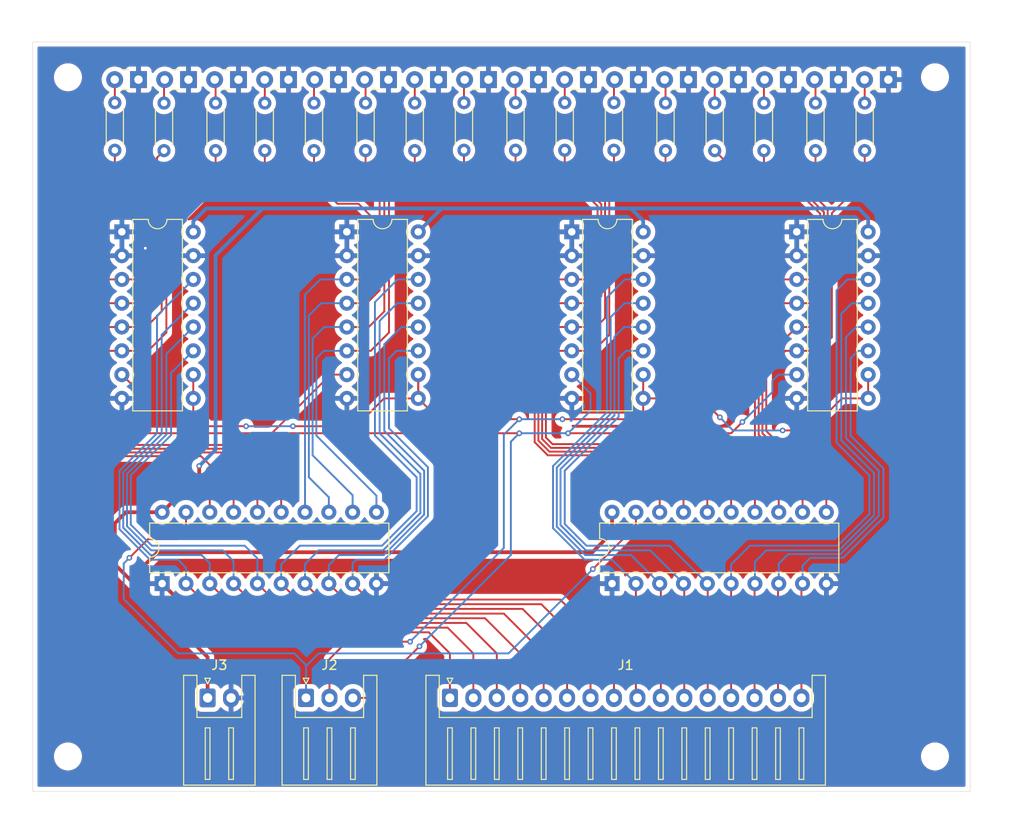
<source format=kicad_pcb>
(kicad_pcb (version 20240108) (generator "pcbnew") (generator_version "8.0")
  (layers (0 "F.Cu" signal) (31 "B.Cu" signal) (34 "B.Paste" user) (35 "F.Paste" user) (36 "B.SilkS" user "B.Silkscreen") (37 "F.SilkS" user "F.Silkscreen") (38 "B.Mask" user) (39 "F.Mask" user) (44 "Edge.Cuts" user))
  (net 0 "")
  (net 1 "Net-(D1-A)")
  (net 2 "Net-(D2-A)")
  (net 3 "Net-(D3-A)")
  (net 4 "Net-(D4-A)")
  (net 5 "Net-(D5-A)")
  (net 6 "Net-(D6-A)")
  (net 7 "Net-(D7-A)")
  (net 8 "Net-(D8-A)")
  (net 9 "Net-(D9-A)")
  (net 10 "Net-(D10-A)")
  (net 11 "Net-(D11-A)")
  (net 12 "Net-(D12-A)")
  (net 13 "Net-(D13-A)")
  (net 14 "Net-(D14-A)")
  (net 15 "Net-(D15-A)")
  (net 16 "Net-(D16-A)")
  (net 17 "GND")
  (net 18 "/B0")
  (net 19 "/B14")
  (net 20 "/B5")
  (net 21 "/B11")
  (net 22 "/B1")
  (net 23 "/B4")
  (net 24 "/B7")
  (net 25 "/B10")
  (net 26 "/B3")
  (net 27 "/B8")
  (net 28 "/B9")
  (net 29 "/B12")
  (net 30 "/B13")
  (net 31 "/B6")
  (net 32 "/B15")
  (net 33 "/B2")
  (net 34 "/DE_B")
  (net 35 "/CLK")
  (net 36 "/OE_B")
  (net 37 "+5V")
  (net 38 "/Y0")
  (net 39 "/Y1")
  (net 40 "/Y2")
  (net 41 "/Y3")
  (net 42 "/Y4")
  (net 43 "/Y5")
  (net 44 "/Y6")
  (net 45 "/Y7")
  (net 46 "/Y8")
  (net 47 "/Y9")
  (net 48 "/Y10")
  (net 49 "/Y11")
  (net 50 "/Y12")
  (net 51 "/Y13")
  (net 52 "/Y14")
  (net 53 "/Y15")
  (footprint "Resistor_THT:R_Axial_DIN0204_L3.6mm_D1.6mm_P5.08mm_Horizontal" (layer "F.Cu") (at 101 31.33 90)
    (property "Reference" "R15" (hide yes))
    (property "Value" "220" (hide yes))
  )
  (footprint "Resistor_THT:R_Axial_DIN0204_L3.6mm_D1.6mm_P5.08mm_Horizontal" (layer "F.Cu") (at 95.5 31.33 90)
    (property "Reference" "R14" (hide yes))
    (property "Value" "220" (hide yes))
  )
  (footprint "Resistor_THT:R_Axial_DIN0204_L3.6mm_D1.6mm_P5.08mm_Horizontal" (layer "F.Cu") (at 47.5 31.33 90)
    (property "Reference" "R5" (hide yes))
    (property "Value" "220" (hide yes))
  )
  (footprint "Connector_JST:JST_XH_S16B-XH-A_1x16_P2.50mm_Horizontal" (layer "F.Cu") (at 62 89.75)
    (property "Reference" "J1")
    (property "Value" "Conn_01x16_Pin" (hide yes))
  )
  (footprint "LED_THT:LED_Rectangular_W3.0mm_H2.0mm" (layer "F.Cu") (at 87.441663 23.75 180)
    (property "Reference" "D12" (hide yes))
    (property "Value" "LED")
  )
  (footprint "Connector_JST:JST_XH_S3B-XH-A_1x03_P2.50mm_Horizontal" (layer "F.Cu") (at 46.65 89.75)
    (property "Reference" "J2")
    (property "Value" "Conn_01x03_Pin" (hide yes))
  )
  (footprint "LED_THT:LED_Rectangular_W3.0mm_H2.0mm" (layer "F.Cu") (at 82.10833 23.75 180)
    (property "Reference" "D11" (hide yes))
    (property "Value" "LED")
  )
  (footprint "Package_DIP:DIP-16_W7.62mm" (layer "F.Cu") (at 27 40)
    (property "Reference" "U3" (hide yes))
    (property "Value" "74LS173" (hide yes))
  )
  (footprint "LED_THT:LED_Rectangular_W3.0mm_H2.0mm" (layer "F.Cu") (at 108.775 23.75 180)
    (property "Reference" "D16" (hide yes))
    (property "Value" "LED")
  )
  (footprint "Resistor_THT:R_Axial_DIN0204_L3.6mm_D1.6mm_P5.08mm_Horizontal" (layer "F.Cu") (at 31.5 31.33 90)
    (property "Reference" "R2" (hide yes))
    (property "Value" "220" (hide yes))
  )
  (footprint "Resistor_THT:R_Axial_DIN0204_L3.6mm_D1.6mm_P5.08mm_Horizontal" (layer "F.Cu") (at 42.25 31.33 90)
    (property "Reference" "R4" (hide yes))
    (property "Value" "220" (hide yes))
  )
  (footprint "LED_THT:LED_Rectangular_W3.0mm_H2.0mm" (layer "F.Cu") (at 34.108333 23.75 180)
    (property "Reference" "D2" (hide yes))
    (property "Value" "LED")
  )
  (footprint "MountingHole:MountingHole_2.5mm" (layer "F.Cu") (at 113.75 23.5)
    (property "Reference" "REF**" (hide yes))
    (property "Value" "MountingHole_2.5mm" (hide yes))
  )
  (footprint "Package_DIP:DIP-16_W7.62mm" (layer "F.Cu") (at 51 40)
    (property "Reference" "U4" (hide yes))
    (property "Value" "74LS173" (hide yes))
  )
  (footprint "Package_DIP:DIP-16_W7.62mm" (layer "F.Cu") (at 75 40)
    (property "Reference" "U5" (hide yes))
    (property "Value" "74LS173" (hide yes))
  )
  (footprint "Package_DIP:DIP-20_W7.62mm" (layer "F.Cu") (at 31.3 77.55 90)
    (property "Reference" "U2" (hide yes))
    (property "Value" "74LS245" (hide yes))
  )
  (footprint "Resistor_THT:R_Axial_DIN0204_L3.6mm_D1.6mm_P5.08mm_Horizontal" (layer "F.Cu") (at 79.5 31.29 90)
    (property "Reference" "R11" (hide yes))
    (property "Value" "220" (hide yes))
  )
  (footprint "Resistor_THT:R_Axial_DIN0204_L3.6mm_D1.6mm_P5.08mm_Horizontal" (layer "F.Cu") (at 63.5 31.29 90)
    (property "Reference" "R8" (hide yes))
    (property "Value" "220" (hide yes))
  )
  (footprint "MountingHole:MountingHole_2.5mm" (layer "F.Cu") (at 21.25 23.5)
    (property "Reference" "REF**" (hide yes))
    (property "Value" "MountingHole_2.5mm" (hide yes))
  )
  (footprint "LED_THT:LED_Rectangular_W3.0mm_H2.0mm" (layer "F.Cu") (at 98.108329 23.75 180)
    (property "Reference" "D14" (hide yes))
    (property "Value" "LED")
  )
  (footprint "LED_THT:LED_Rectangular_W3.0mm_H2.0mm" (layer "F.Cu") (at 103.441662 23.75 180)
    (property "Reference" "D15" (hide yes))
    (property "Value" "LED")
  )
  (footprint "Resistor_THT:R_Axial_DIN0204_L3.6mm_D1.6mm_P5.08mm_Horizontal" (layer "F.Cu") (at 106.25 31.33 90)
    (property "Reference" "R16" (hide yes))
    (property "Value" "220" (hide yes))
  )
  (footprint "LED_THT:LED_Rectangular_W3.0mm_H2.0mm" (layer "F.Cu") (at 60.774998 23.75 180)
    (property "Reference" "D7" (hide yes))
    (property "Value" "LED")
  )
  (footprint "Resistor_THT:R_Axial_DIN0204_L3.6mm_D1.6mm_P5.08mm_Horizontal" (layer "F.Cu") (at 90.25 31.33 90)
    (property "Reference" "R13" (hide yes))
    (property "Value" "220" (hide yes))
  )
  (footprint "LED_THT:LED_Rectangular_W3.0mm_H2.0mm" (layer "F.Cu") (at 92.774996 23.75 180)
    (property "Reference" "D13" (hide yes))
    (property "Value" "LED")
  )
  (footprint "Resistor_THT:R_Axial_DIN0204_L3.6mm_D1.6mm_P5.08mm_Horizontal" (layer "F.Cu") (at 85 31.33 90)
    (property "Reference" "R12" (hide yes))
    (property "Value" "220" (hide yes))
  )
  (footprint "LED_THT:LED_Rectangular_W3.0mm_H2.0mm" (layer "F.Cu") (at 39.441666 23.75 180)
    (property "Reference" "D3" (hide yes))
    (property "Value" "LED")
  )
  (footprint "MountingHole:MountingHole_2.5mm" (layer "F.Cu") (at 21.25 96)
    (property "Reference" "REF**" (hide yes))
    (property "Value" "MountingHole_2.5mm" (hide yes))
  )
  (footprint "Package_DIP:DIP-16_W7.62mm" (layer "F.Cu") (at 99 40)
    (property "Reference" "U6" (hide yes))
    (property "Value" "74LS173" (hide yes))
  )
  (footprint "Resistor_THT:R_Axial_DIN0204_L3.6mm_D1.6mm_P5.08mm_Horizontal" (layer "F.Cu") (at 74.25 31.29 90)
    (property "Reference" "R10" (hide yes))
    (property "Value" "220" (hide yes))
  )
  (footprint "LED_THT:LED_Rectangular_W3.0mm_H2.0mm" (layer "F.Cu") (at 50.108332 23.75 180)
    (property "Reference" "D5" (hide yes))
    (property "Value" "LED")
  )
  (footprint "LED_THT:LED_Rectangular_W3.0mm_H2.0mm" (layer "F.Cu") (at 44.774999 23.75 180)
    (property "Reference" "D4" (hide yes))
    (property "Value" "LED")
  )
  (footprint "Connector_JST:JST_XH_S2B-XH-A_1x02_P2.50mm_Horizontal" (layer "F.Cu") (at 36.15 89.75)
    (property "Reference" "J3")
    (property "Value" "Conn_01x02_Pin" (hide yes))
  )
  (footprint "Resistor_THT:R_Axial_DIN0204_L3.6mm_D1.6mm_P5.08mm_Horizontal" (layer "F.Cu") (at 26.25 31.29 90)
    (property "Reference" "R1" (hide yes))
    (property "Value" "220" (hide yes))
  )
  (footprint "Resistor_THT:R_Axial_DIN0204_L3.6mm_D1.6mm_P5.08mm_Horizontal" (layer "F.Cu") (at 53 31.33 90)
    (property "Reference" "R6" (hide yes))
    (property "Value" "220" (hide yes))
  )
  (footprint "Resistor_THT:R_Axial_DIN0204_L3.6mm_D1.6mm_P5.08mm_Horizontal" (layer "F.Cu") (at 37 31.33 90)
    (property "Reference" "R3" (hide yes))
    (property "Value" "220" (hide yes))
  )
  (footprint "LED_THT:LED_Rectangular_W3.0mm_H2.0mm" (layer "F.Cu") (at 76.774997 23.75 180)
    (property "Reference" "D10" (hide yes))
    (property "Value" "LED")
  )
  (footprint "Resistor_THT:R_Axial_DIN0204_L3.6mm_D1.6mm_P5.08mm_Horizontal" (layer "F.Cu") (at 69 31.29 90)
    (property "Reference" "R9" (hide yes))
    (property "Value" "220" (hide yes))
  )
  (footprint "LED_THT:LED_Rectangular_W3.0mm_H2.0mm" (layer "F.Cu") (at 55.441665 23.75 180)
    (property "Reference" "D6" (hide yes))
    (property "Value" "LED")
  )
  (footprint "LED_THT:LED_Rectangular_W3.0mm_H2.0mm" (layer "F.Cu") (at 71.441664 23.75 180)
    (property "Reference" "D9" (hide yes))
    (property "Value" "LED")
  )
  (footprint "MountingHole:MountingHole_2.5mm" (layer "F.Cu") (at 113.75 96)
    (property "Reference" "REF**" (hide yes))
    (property "Value" "MountingHole_2.5mm" (hide yes))
  )
  (footprint "LED_THT:LED_Rectangular_W3.0mm_H2.0mm" (layer "F.Cu") (at 66.108331 23.75 180)
    (property "Reference" "D8" (hide yes))
    (property "Value" "LED")
  )
  (footprint "LED_THT:LED_Rectangular_W3.0mm_H2.0mm" (layer "F.Cu") (at 28.775 23.75 180)
    (property "Reference" "D1" (hide yes))
    (property "Value" "LED")
  )
  (footprint "Package_DIP:DIP-20_W7.62mm" (layer "F.Cu") (at 79.3 77.55 90)
    (property "Reference" "U1" (hide yes))
    (property "Value" "74LS245" (hide yes))
  )
  (footprint "Resistor_THT:R_Axial_DIN0204_L3.6mm_D1.6mm_P5.08mm_Horizontal" (layer "F.Cu") (at 58.25 31.33 90)
    (property "Reference" "R7" (hide yes))
    (property "Value" "220" (hide yes))
  )
  (gr_rect (start 17.5 19.73) (end 117.5 99.73) (stroke (width 0.05)) (fill none) (layer "Edge.Cuts"))
  (segment (start 26.25 26.21) (end 26.25 23.765) (width 0.2) (layer "F.Cu") (net 1))
  (segment (start 26.25 23.765) (end 26.235 23.75) (width 0.2) (layer "F.Cu") (net 1))
  (segment (start 31.5 26.25) (end 31.5 23.818333) (width 0.2) (layer "F.Cu") (net 2))
  (segment (start 31.5 23.818333) (end 31.568333 23.75) (width 0.2) (layer "F.Cu") (net 2))
  (segment (start 37 26.25) (end 37 23.848334) (width 0.2) (layer "F.Cu") (net 3))
  (segment (start 37 23.848334) (end 36.901666 23.75) (width 0.2) (layer "F.Cu") (net 3))
  (segment (start 42.25 23.765001) (end 42.234999 23.75) (width 0.2) (layer "F.Cu") (net 4))
  (segment (start 42.25 26.25) (end 42.25 23.765001) (width 0.2) (layer "F.Cu") (net 4))
  (segment (start 47.5 23.818332) (end 47.568332 23.75) (width 0.2) (layer "F.Cu") (net 5))
  (segment (start 47.5 26.25) (end 47.5 23.818332) (width 0.2) (layer "F.Cu") (net 5))
  (segment (start 53 23.848335) (end 52.901665 23.75) (width 0.2) (layer "F.Cu") (net 6))
  (segment (start 53 26.25) (end 53 23.848335) (width 0.2) (layer "F.Cu") (net 6))
  (segment (start 58.25 23.765002) (end 58.234998 23.75) (width 0.2) (layer "F.Cu") (net 7))
  (segment (start 58.25 26.25) (end 58.25 23.765002) (width 0.2) (layer "F.Cu") (net 7))
  (segment (start 63.5 23.818331) (end 63.568331 23.75) (width 0.2) (layer "F.Cu") (net 8))
  (segment (start 63.5 26.21) (end 63.5 23.818331) (width 0.2) (layer "F.Cu") (net 8))
  (segment (start 69 26.21) (end 69 23.848336) (width 0.2) (layer "F.Cu") (net 9))
  (segment (start 69 23.848336) (end 68.901664 23.75) (width 0.2) (layer "F.Cu") (net 9))
  (segment (start 74.25 26.21) (end 74.25 23.765003) (width 0.2) (layer "F.Cu") (net 10))
  (segment (start 74.25 23.765003) (end 74.234997 23.75) (width 0.2) (layer "F.Cu") (net 10))
  (segment (start 79.5 26.21) (end 79.5 23.81833) (width 0.2) (layer "F.Cu") (net 11))
  (segment (start 79.5 23.81833) (end 79.56833 23.75) (width 0.2) (layer "F.Cu") (net 11))
  (segment (start 85 26.25) (end 85 23.848337) (width 0.2) (layer "F.Cu") (net 12))
  (segment (start 85 23.848337) (end 84.901663 23.75) (width 0.2) (layer "F.Cu") (net 12))
  (segment (start 90.25 23.765004) (end 90.234996 23.75) (width 0.2) (layer "F.Cu") (net 13))
  (segment (start 90.25 26.25) (end 90.25 23.765004) (width 0.2) (layer "F.Cu") (net 13))
  (segment (start 95.5 23.818329) (end 95.568329 23.75) (width 0.2) (layer "F.Cu") (net 14))
  (segment (start 95.5 26.25) (end 95.5 23.818329) (width 0.2) (layer "F.Cu") (net 14))
  (segment (start 101 23.848338) (end 100.901662 23.75) (width 0.2) (layer "F.Cu") (net 15))
  (segment (start 101 26.25) (end 101 23.848338) (width 0.2) (layer "F.Cu") (net 15))
  (segment (start 106.25 23.765) (end 106.235 23.75) (width 0.2) (layer "F.Cu") (net 16))
  (segment (start 106.25 26.25) (end 106.25 23.765) (width 0.2) (layer "F.Cu") (net 16))
  (segment (start 27 42.54) (end 28.71 42.54) (width 0.2) (layer "F.Cu") (net 17))
  (segment (start 38.65 89.75) (end 38.65 84.9) (width 0.4) (layer "F.Cu") (net 17))
  (segment (start 28.71 42.54) (end 29.5 41.75) (width 0.2) (layer "F.Cu") (net 17))
  (segment (start 38.65 84.9) (end 31.3 77.55) (width 0.4) (layer "F.Cu") (net 17))
  (via (at 29.5 41.75) (size 0.6) (drill 0.3) (layers "F.Cu" "B.Cu") (net 17))
  (segment (start 29.5 41.75) (end 32.5 41.75) (width 0.2) (layer "B.Cu") (net 17))
  (segment (start 33.29 42.54) (end 34.62 42.54) (width 0.2) (layer "B.Cu") (net 17))
  (segment (start 32.5 41.75) (end 33.29 42.54) (width 0.2) (layer "B.Cu") (net 17))
  (segment (start 39.04 82.75) (end 59.75 82.75) (width 0.2) (layer "F.Cu") (net 18))
  (segment (start 62 85) (end 62 89.75) (width 0.2) (layer "F.Cu") (net 18))
  (segment (start 33.84 77.55) (end 39.04 82.75) (width 0.2) (layer "F.Cu") (net 18))
  (segment (start 59.75 82.75) (end 62 85) (width 0.2) (layer "F.Cu") (net 18))
  (segment (start 26.75 65.5) (end 30.75 61.5) (width 0.2) (layer "B.Cu") (net 18))
  (segment (start 26.75 71.75) (end 26.75 65.5) (width 0.2) (layer "B.Cu") (net 18))
  (segment (start 33.84 77.55) (end 33.84 75.84) (width 0.2) (layer "B.Cu") (net 18))
  (segment (start 30.75 61.5) (end 30.75 48.95) (width 0.2) (layer "B.Cu") (net 18))
  (segment (start 33 75) (end 30 75) (width 0.2) (layer "B.Cu") (net 18))
  (segment (start 33.84 75.84) (end 33 75) (width 0.2) (layer "B.Cu") (net 18))
  (segment (start 30 75) (end 26.75 71.75) (width 0.2) (layer "B.Cu") (net 18))
  (segment (start 30.75 48.95) (end 34.62 45.08) (width 0.2) (layer "B.Cu") (net 18))
  (segment (start 97 77.63) (end 97.08 77.55) (width 0.2) (layer "F.Cu") (net 19))
  (segment (start 97 89.75) (end 97 77.63) (width 0.2) (layer "F.Cu") (net 19))
  (segment (start 105.34 50.16) (end 106.62 50.16) (width 0.2) (layer "B.Cu") (net 19))
  (segment (start 97.08 75.42) (end 98.1 74.4) (width 0.2) (layer "B.Cu") (net 19))
  (segment (start 104.25 51.25) (end 105.34 50.16) (width 0.2) (layer "B.Cu") (net 19))
  (segment (start 98.1 74.4) (end 103.665686 74.4) (width 0.2) (layer "B.Cu") (net 19))
  (segment (start 103.665686 74.4) (end 107.75 70.315686) (width 0.2) (layer "B.Cu") (net 19))
  (segment (start 97.08 77.55) (end 97.08 75.42) (width 0.2) (layer "B.Cu") (net 19))
  (segment (start 107.75 65.5) (end 104.25 62) (width 0.2) (layer "B.Cu") (net 19))
  (segment (start 104.25 62) (end 104.25 51.25) (width 0.2) (layer "B.Cu") (net 19))
  (segment (start 107.75 70.315686) (end 107.75 65.5) (width 0.2) (layer "B.Cu") (net 19))
  (segment (start 49.24 80.25) (end 69.75 80.25) (width 0.2) (layer "F.Cu") (net 20))
  (segment (start 74.5 85) (end 74.5 89.75) (width 0.2) (layer "F.Cu") (net 20))
  (segment (start 69.75 80.25) (end 74.5 85) (width 0.2) (layer "F.Cu") (net 20))
  (segment (start 46.54 77.55) (end 49.24 80.25) (width 0.2) (layer "F.Cu") (net 20))
  (segment (start 56.38 47.62) (end 58.62 47.62) (width 0.2) (layer "B.Cu") (net 20))
  (segment (start 46.54 75.46) (end 48 74) (width 0.2) (layer "B.Cu") (net 20))
  (segment (start 58.85 65.85) (end 54.5 61.5) (width 0.2) (layer "B.Cu") (net 20))
  (segment (start 54.5 49.5) (end 56.38 47.62) (width 0.2) (layer "B.Cu") (net 20))
  (segment (start 48 74) (end 54.868629 74) (width 0.2) (layer "B.Cu") (net 20))
  (segment (start 46.54 77.55) (end 46.54 75.46) (width 0.2) (layer "B.Cu") (net 20))
  (segment (start 54.5 61.5) (end 54.5 49.5) (width 0.2) (layer "B.Cu") (net 20))
  (segment (start 54.868629 74) (end 58.85 70.018629) (width 0.2) (layer "B.Cu") (net 20))
  (segment (start 58.85 70.018629) (end 58.85 65.85) (width 0.2) (layer "B.Cu") (net 20))
  (segment (start 89.5 89.75) (end 89.5 77.59) (width 0.2) (layer "F.Cu") (net 21))
  (segment (start 89.5 77.59) (end 89.46 77.55) (width 0.2) (layer "F.Cu") (net 21))
  (segment (start 89.46 77.55) (end 85.41 73.5) (width 0.2) (layer "B.Cu") (net 21))
  (segment (start 74.25 71.184314) (end 74.25 65.5) (width 0.2) (layer "B.Cu") (net 21))
  (segment (start 80 53.5) (end 80.8 52.7) (width 0.2) (layer "B.Cu") (net 21))
  (segment (start 76.565686 73.5) (end 74.25 71.184314) (width 0.2) (layer "B.Cu") (net 21))
  (segment (start 74.25 65.5) (end 80 59.75) (width 0.2) (layer "B.Cu") (net 21))
  (segment (start 80.8 52.7) (end 82.62 52.7) (width 0.2) (layer "B.Cu") (net 21))
  (segment (start 85.41 73.5) (end 76.565686 73.5) (width 0.2) (layer "B.Cu") (net 21))
  (segment (start 80 59.75) (end 80 53.5) (width 0.2) (layer "B.Cu") (net 21))
  (segment (start 64.5 85) (end 64.5 89.75) (width 0.2) (layer "F.Cu") (net 22))
  (segment (start 36.38 77.55) (end 41.08 82.25) (width 0.2) (layer "F.Cu") (net 22))
  (segment (start 61.75 82.25) (end 64.5 85) (width 0.2) (layer "F.Cu") (net 22))
  (segment (start 41.08 82.25) (end 61.75 82.25) (width 0.2) (layer "F.Cu") (net 22))
  (segment (start 30.065686 74.5) (end 27.15 71.584314) (width 0.2) (layer "B.Cu") (net 22))
  (segment (start 27.15 71.584314) (end 27.15 65.665686) (width 0.2) (layer "B.Cu") (net 22))
  (segment (start 36.38 77.55) (end 36.38 75.38) (width 0.2) (layer "B.Cu") (net 22))
  (segment (start 31.25 50.99) (end 34.62 47.62) (width 0.2) (layer "B.Cu") (net 22))
  (segment (start 36.38 75.38) (end 35.5 74.5) (width 0.2) (layer "B.Cu") (net 22))
  (segment (start 35.5 74.5) (end 30.065686 74.5) (width 0.2) (layer "B.Cu") (net 22))
  (segment (start 31.25 61.565686) (end 31.25 50.99) (width 0.2) (layer "B.Cu") (net 22))
  (segment (start 27.15 65.665686) (end 31.25 61.565686) (width 0.2) (layer "B.Cu") (net 22))
  (segment (start 67.75 80.75) (end 72 85) (width 0.2) (layer "F.Cu") (net 23))
  (segment (start 47.2 80.75) (end 67.75 80.75) (width 0.2) (layer "F.Cu") (net 23))
  (segment (start 72 85) (end 72 89.75) (width 0.2) (layer "F.Cu") (net 23))
  (segment (start 44 77.55) (end 47.2 80.75) (width 0.2) (layer "F.Cu") (net 23))
  (segment (start 44 77.55) (end 44 75.5) (width 0.2) (layer "B.Cu") (net 23))
  (segment (start 54.7625 73.5) (end 58.45 69.8125) (width 0.2) (layer "B.Cu") (net 23))
  (segment (start 54 47.5) (end 56.42 45.08) (width 0.2) (layer "B.Cu") (net 23))
  (segment (start 54 61.75) (end 54 47.5) (width 0.2) (layer "B.Cu") (net 23))
  (segment (start 58.45 69.8125) (end 58.45 66.2) (width 0.2) (layer "B.Cu") (net 23))
  (segment (start 46 73.5) (end 54.7625 73.5) (width 0.2) (layer "B.Cu") (net 23))
  (segment (start 44 75.5) (end 46 73.5) (width 0.2) (layer "B.Cu") (net 23))
  (segment (start 58.45 66.2) (end 54 61.75) (width 0.2) (layer "B.Cu") (net 23))
  (segment (start 56.42 45.08) (end 58.62 45.08) (width 0.2) (layer "B.Cu") (net 23))
  (segment (start 79.5 85) (end 79.5 89.75) (width 0.2) (layer "F.Cu") (net 24))
  (segment (start 73.75 79.25) (end 79.5 85) (width 0.2) (layer "F.Cu") (net 24))
  (segment (start 51.62 77.55) (end 53.32 79.25) (width 0.2) (layer "F.Cu") (net 24))
  (segment (start 53.32 79.25) (end 73.75 79.25) (width 0.2) (layer "F.Cu") (net 24))
  (segment (start 56.3 52.7) (end 58.62 52.7) (width 0.2) (layer "B.Cu") (net 24))
  (segment (start 55.5 60.967157) (end 55.5 53.5) (width 0.2) (layer "B.Cu") (net 24))
  (segment (start 52 75) (end 55 75) (width 0.2) (layer "B.Cu") (net 24))
  (segment (start 51.62 77.55) (end 51.62 75.38) (width 0.2) (layer "B.Cu") (net 24))
  (segment (start 59.65 70.35) (end 59.65 65.117157) (width 0.2) (layer "B.Cu") (net 24))
  (segment (start 55 75) (end 59.65 70.35) (width 0.2) (layer "B.Cu") (net 24))
  (segment (start 55.5 53.5) (end 56.3 52.7) (width 0.2) (layer "B.Cu") (net 24))
  (segment (start 51.62 75.38) (end 52 75) (width 0.2) (layer "B.Cu") (net 24))
  (segment (start 59.65 65.117157) (end 55.5 60.967157) (width 0.2) (layer "B.Cu") (net 24))
  (segment (start 87 77.63) (end 86.92 77.55) (width 0.2) (layer "F.Cu") (net 25))
  (segment (start 87 89.75) (end 87 77.63) (width 0.2) (layer "F.Cu") (net 25))
  (segment (start 79.55 51.2) (end 80.59 50.16) (width 0.2) (layer "B.Cu") (net 25))
  (segment (start 73.8 65.331372) (end 79.55 59.581372) (width 0.2) (layer "B.Cu") (net 25))
  (segment (start 86.92 77.55) (end 83.37 74) (width 0.2) (layer "B.Cu") (net 25))
  (segment (start 80.59 50.16) (end 82.62 50.16) (width 0.2) (layer "B.Cu") (net 25))
  (segment (start 83.37 74) (end 76.5 74) (width 0.2) (layer "B.Cu") (net 25))
  (segment (start 79.55 59.581372) (end 79.55 51.2) (width 0.2) (layer "B.Cu") (net 25))
  (segment (start 76.5 74) (end 73.8 71.3) (width 0.2) (layer "B.Cu") (net 25))
  (segment (start 73.8 71.3) (end 73.8 65.331372) (width 0.2) (layer "B.Cu") (net 25))
  (segment (start 69.5 85) (end 69.5 89.75) (width 0.2) (layer "F.Cu") (net 26))
  (segment (start 45.16 81.25) (end 65.75 81.25) (width 0.2) (layer "F.Cu") (net 26))
  (segment (start 41.46 77.55) (end 45.16 81.25) (width 0.2) (layer "F.Cu") (net 26))
  (segment (start 65.75 81.25) (end 69.5 85) (width 0.2) (layer "F.Cu") (net 26))
  (segment (start 27.95 65.997058) (end 32.25 61.697058) (width 0.2) (layer "B.Cu") (net 26))
  (segment (start 40.1 73.5) (end 30.197058 73.5) (width 0.2) (layer "B.Cu") (net 26))
  (segment (start 27.95 71.252942) (end 27.95 65.997058) (width 0.2) (layer "B.Cu") (net 26))
  (segment (start 41.46 77.55) (end 41.46 74.86) (width 0.2) (layer "B.Cu") (net 26))
  (segment (start 32.25 55.07) (end 34.62 52.7) (width 0.2) (layer "B.Cu") (net 26))
  (segment (start 41.46 74.86) (end 40.1 73.5) (width 0.2) (layer "B.Cu") (net 26))
  (segment (start 30.197058 73.5) (end 27.95 71.252942) (width 0.2) (layer "B.Cu") (net 26))
  (segment (start 32.25 61.697058) (end 32.25 55.07) (width 0.2) (layer "B.Cu") (net 26))
  (segment (start 82 89.75) (end 81.84 89.59) (width 0.2) (layer "F.Cu") (net 27))
  (segment (start 81.84 89.59) (end 81.84 77.55) (width 0.2) (layer "F.Cu") (net 27))
  (segment (start 73 65) (end 78.75 59.25) (width 0.2) (layer "B.Cu") (net 27))
  (segment (start 80.67 45.08) (end 82.62 45.08) (width 0.2) (layer "B.Cu") (net 27))
  (segment (start 76.368629 75) (end 73 71.631371) (width 0.2) (layer "B.Cu") (net 27))
  (segment (start 79.29 75) (end 76.368629 75) (width 0.2) (layer "B.Cu") (net 27))
  (segment (start 73 71.631371) (end 73 65) (width 0.2) (layer "B.Cu") (net 27))
  (segment (start 78.75 47) (end 80.67 45.08) (width 0.2) (layer "B.Cu") (net 27))
  (segment (start 78.75 59.25) (end 78.75 47) (width 0.2) (layer "B.Cu") (net 27))
  (segment (start 81.84 77.55) (end 79.29 75) (width 0.2) (layer "B.Cu") (net 27))
  (segment (start 84.5 89.75) (end 84.5 77.67) (width 0.2) (layer "F.Cu") (net 28))
  (segment (start 84.5 77.67) (end 84.38 77.55) (width 0.2) (layer "F.Cu") (net 28))
  (segment (start 73.4 71.465685) (end 73.4 65.165686) (width 0.2) (layer "B.Cu") (net 28))
  (segment (start 80.63 47.62) (end 82.62 47.62) (width 0.2) (layer "B.Cu") (net 28))
  (segment (start 79.15 59.415686) (end 79.15 49.1) (width 0.2) (layer "B.Cu") (net 28))
  (segment (start 76.434315 74.5) (end 73.4 71.465685) (width 0.2) (layer "B.Cu") (net 28))
  (segment (start 73.4 65.165686) (end 79.15 59.415686) (width 0.2) (layer "B.Cu") (net 28))
  (segment (start 81.33 74.5) (end 76.434315 74.5) (width 0.2) (layer "B.Cu") (net 28))
  (segment (start 84.38 77.55) (end 81.33 74.5) (width 0.2) (layer "B.Cu") (net 28))
  (segment (start 79.15 49.1) (end 80.63 47.62) (width 0.2) (layer "B.Cu") (net 28))
  (segment (start 92 89.75) (end 92 77.55) (width 0.2) (layer "F.Cu") (net 29))
  (segment (start 106.75 66) (end 103.25 62.5) (width 0.2) (layer "B.Cu") (net 29))
  (segment (start 103.368628 73.5) (end 106.75 70.118628) (width 0.2) (layer "B.Cu") (net 29))
  (segment (start 94 73.5) (end 103.368628 73.5) (width 0.2) (layer "B.Cu") (net 29))
  (segment (start 104.42 45.08) (end 106.62 45.08) (width 0.2) (layer "B.Cu") (net 29))
  (segment (start 92 77.55) (end 92 75.5) (width 0.2) (layer "B.Cu") (net 29))
  (segment (start 103.25 46.25) (end 104.42 45.08) (width 0.2) (layer "B.Cu") (net 29))
  (segment (start 106.75 70.118628) (end 106.75 66) (width 0.2) (layer "B.Cu") (net 29))
  (segment (start 103.25 62.5) (end 103.25 46.25) (width 0.2) (layer "B.Cu") (net 29))
  (segment (start 92 75.5) (end 94 73.5) (width 0.2) (layer "B.Cu") (net 29))
  (segment (start 94.5 77.59) (end 94.54 77.55) (width 0.2) (layer "F.Cu") (net 30))
  (segment (start 94.5 89.75) (end 94.5 77.59) (width 0.2) (layer "F.Cu") (net 30))
  (segment (start 103.5 74) (end 107.25 70.25) (width 0.2) (layer "B.Cu") (net 30))
  (segment (start 95.75 74) (end 103.5 74) (width 0.2) (layer "B.Cu") (net 30))
  (segment (start 104.88 47.62) (end 106.62 47.62) (width 0.2) (layer "B.Cu") (net 30))
  (segment (start 107.25 70.25) (end 107.25 65.75) (width 0.2) (layer "B.Cu") (net 30))
  (segment (start 94.54 77.55) (end 94.54 75.21) (width 0.2) (layer "B.Cu") (net 30))
  (segment (start 103.75 62.25) (end 103.75 48.75) (width 0.2) (layer "B.Cu") (net 30))
  (segment (start 94.54 75.21) (end 95.75 74) (width 0.2) (layer "B.Cu") (net 30))
  (segment (start 103.75 48.75) (end 104.88 47.62) (width 0.2) (layer "B.Cu") (net 30))
  (segment (start 107.25 65.75) (end 103.75 62.25) (width 0.2) (layer "B.Cu") (net 30))
  (segment (start 77 85) (end 77 89.75) (width 0.2) (layer "F.Cu") (net 31))
  (segment (start 49.08 77.55) (end 51.28 79.75) (width 0.2) (layer "F.Cu") (net 31))
  (segment (start 71.75 79.75) (end 77 85) (width 0.2) (layer "F.Cu") (net 31))
  (segment (start 51.28 79.75) (end 71.75 79.75) (width 0.2) (layer "F.Cu") (net 31))
  (segment (start 56.84 50.16) (end 58.62 50.16) (width 0.2) (layer "B.Cu") (net 31))
  (segment (start 55 52) (end 56.84 50.16) (width 0.2) (layer "B.Cu") (net 31))
  (segment (start 54.934314 74.5) (end 59.25 70.184314) (width 0.2) (layer "B.Cu") (net 31))
  (segment (start 49.08 75.575686) (end 50.155686 74.5) (width 0.2) (layer "B.Cu") (net 31))
  (segment (start 55 61.25) (end 55 52) (width 0.2) (layer "B.Cu") (net 31))
  (segment (start 59.25 65.5) (end 55 61.25) (width 0.2) (layer "B.Cu") (net 31))
  (segment (start 49.08 77.55) (end 49.08 75.575686) (width 0.2) (layer "B.Cu") (net 31))
  (segment (start 59.25 70.184314) (end 59.25 65.5) (width 0.2) (layer "B.Cu") (net 31))
  (segment (start 50.155686 74.5) (end 54.934314 74.5) (width 0.2) (layer "B.Cu") (net 31))
  (segment (start 99.5 89.75) (end 99.5 77.67) (width 0.2) (layer "F.Cu") (net 32))
  (segment (start 99.5 77.67) (end 99.62 77.55) (width 0.2) (layer "F.Cu") (net 32))
  (segment (start 108.25 70.5) (end 108.25 65.25) (width 0.2) (layer "B.Cu") (net 32))
  (segment (start 103.95 74.8) (end 108.25 70.5) (width 0.2) (layer "B.Cu") (net 32))
  (segment (start 108.25 65.25) (end 104.75 61.75) (width 0.2) (layer "B.Cu") (net 32))
  (segment (start 99.62 77.55) (end 99.62 75.63) (width 0.2) (layer "B.Cu") (net 32))
  (segment (start 100.45 74.8) (end 103.95 74.8) (width 0.2) (layer "B.Cu") (net 32))
  (segment (start 105.55 52.7) (end 106.62 52.7) (width 0.2) (layer "B.Cu") (net 32))
  (segment (start 104.75 61.75) (end 104.75 53.5) (width 0.2) (layer "B.Cu") (net 32))
  (segment (start 99.62 75.63) (end 100.45 74.8) (width 0.2) (layer "B.Cu") (net 32))
  (segment (start 104.75 53.5) (end 105.55 52.7) (width 0.2) (layer "B.Cu") (net 32))
  (segment (start 38.92 77.55) (end 43.12 81.75) (width 0.2) (layer "F.Cu") (net 33))
  (segment (start 67 85) (end 67 89.75) (width 0.2) (layer "F.Cu") (net 33))
  (segment (start 43.12 81.75) (end 63.75 81.75) (width 0.2) (layer "F.Cu") (net 33))
  (segment (start 63.75 81.75) (end 67 85) (width 0.2) (layer "F.Cu") (net 33))
  (segment (start 27.55 71.418628) (end 27.55 65.831372) (width 0.2) (layer "B.Cu") (net 33))
  (segment (start 38.92 77.55) (end 38.92 75.17) (width 0.2) (layer "B.Cu") (net 33))
  (segment (start 31.75 53.03) (end 34.62 50.16) (width 0.2) (layer "B.Cu") (net 33))
  (segment (start 31.75 61.631372) (end 31.75 53.03) (width 0.2) (layer "B.Cu") (net 33))
  (segment (start 30.131372 74) (end 27.55 71.418628) (width 0.2) (layer "B.Cu") (net 33))
  (segment (start 38.92 75.17) (end 37.75 74) (width 0.2) (layer "B.Cu") (net 33))
  (segment (start 37.75 74) (end 30.131372 74) (width 0.2) (layer "B.Cu") (net 33))
  (segment (start 27.55 65.831372) (end 31.75 61.631372) (width 0.2) (layer "B.Cu") (net 33))
  (segment (start 58.62 58.22) (end 58.62 55.24) (width 0.2) (layer "F.Cu") (net 34))
  (segment (start 54.97 57.78) (end 52 60.75) (width 0.2) (layer "F.Cu") (net 34))
  (segment (start 82 60) (end 82.62 59.38) (width 0.2) (layer "F.Cu") (net 34))
  (segment (start 82.62 59.38) (end 82.62 57.78) (width 0.2) (layer "F.Cu") (net 34))
  (segment (start 52 60.75) (end 45.25 60.75) (width 0.2) (layer "F.Cu") (net 34))
  (segment (start 34.62 55.24) (end 34.62 57.78) (width 0.2) (layer "F.Cu") (net 34))
  (segment (start 82.62 57.78) (end 88.78 57.78) (width 0.2) (layer "F.Cu") (net 34))
  (segment (start 61.2 60) (end 69.4 60) (width 0.2) (layer "F.Cu") (net 34))
  (segment (start 82.62 55.24) (end 82.62 57.78) (width 0.2) (layer "F.Cu") (net 34))
  (segment (start 49.15 89.75) (end 49.15 85.6) (width 0.2) (layer "F.Cu") (net 34))
  (segment (start 58.62 57.78) (end 54.97 57.78) (width 0.2) (layer "F.Cu") (net 34))
  (segment (start 36.25 60.75) (end 40.25 60.75) (width 0.2) (layer "F.Cu") (net 34))
  (segment (start 58.62 57.78) (end 60.84 60) (width 0.2) (layer "F.Cu") (net 34))
  (segment (start 74 60) (end 82 60) (width 0.2) (layer "F.Cu") (net 34))
  (segment (start 88.78 57.78) (end 90.8 59.8) (width 0.2) (layer "F.Cu") (net 34))
  (segment (start 103.82 57.78) (end 106.62 57.78) (width 0.2) (layer "F.Cu") (net 34))
  (segment (start 97.5 61.2) (end 100.4 61.2) (width 0.2) (layer "F.Cu") (net 34))
  (segment (start 34.62 59.12) (end 36.25 60.75) (width 0.2) (layer "F.Cu") (net 34))
  (segment (start 100.4 61.2) (end 103.82 57.78) (width 0.2) (layer "F.Cu") (net 34))
  (segment (start 60.84 60) (end 61.2 60) (width 0.2) (layer "F.Cu") (net 34))
  (segment (start 106.62 55.24) (end 106.62 57.78) (width 0.2) (layer "F.Cu") (net 34))
  (segment (start 51 83.75) (end 57.75 83.75) (width 0.2) (layer "F.Cu") (net 34))
  (segment (start 34.62 57.78) (end 34.62 59.12) (width 0.2) (layer "F.Cu") (net 34))
  (segment (start 49.15 85.6) (end 51 83.75) (width 0.2) (layer "F.Cu") (net 34))
  (segment (start 58.62 55.24) (end 58.62 57.78) (width 0.2) (layer "F.Cu") (net 34))
  (via (at 69.4 60) (size 0.6) (drill 0.3) (layers "F.Cu" "B.Cu") (net 34))
  (via (at 97.5 61.2) (size 0.6) (drill 0.3) (layers "F.Cu" "B.Cu") (net 34))
  (via (at 40.25 60.75) (size 0.6) (drill 0.3) (layers "F.Cu" "B.Cu") (net 34))
  (via (at 45.25 60.75) (size 0.6) (drill 0.3) (layers "F.Cu" "B.Cu") (net 34))
  (via (at 90.8 59.8) (size 0.6) (drill 0.3) (layers "F.Cu" "B.Cu") (net 34))
  (via (at 74 60) (size 0.6) (drill 0.3) (layers "F.Cu" "B.Cu") (net 34))
  (via (at 57.75 83.75) (size 0.6) (drill 0.3) (layers "F.Cu" "B.Cu") (net 34))
  (segment (start 67.75 61.65) (end 69.4 60) (width 0.2) (layer "B.Cu") (net 34))
  (segment (start 69.4 60) (end 74 60) (width 0.2) (layer "B.Cu") (net 34))
  (segment (start 57.75 83.75) (end 67.75 73.75) (width 0.2) (layer "B.Cu") (net 34))
  (segment (start 90.8 59.8) (end 92.2 61.2) (width 0.2) (layer "B.Cu") (net 34))
  (segment (start 67.75 73.75) (end 67.75 61.65) (width 0.2) (layer "B.Cu") (net 34))
  (segment (start 97.6 61.2) (end 97.5 61.2) (width 0.2) (layer "B.Cu") (net 34))
  (segment (start 92.2 61.2) (end 97.5 61.2) (width 0.2) (layer "B.Cu") (net 34))
  (segment (start 40.25 60.75) (end 45.25 60.75) (width 0.2) (layer "B.Cu") (net 34))
  (segment (start 53.25 89.75) (end 58.75 84.25) (width 0.2) (layer "F.Cu") (net 35))
  (segment (start 28.75 61.5) (end 42.75 61.5) (width 0.2) (layer "F.Cu") (net 35))
  (segment (start 28.75 56.99) (end 28.75 61.5) (width 0.2) (layer "F.Cu") (net 35))
  (segment (start 92 61.5) (end 93.2 60.3) (width 0.2) (layer "F.Cu") (net 35))
  (segment (start 49.26 55.24) (end 51 55.24) (width 0.2) (layer "F.Cu") (net 35))
  (segment (start 74.6 61.5) (end 91.2 61.5) (width 0.2) (layer "F.Cu") (net 35))
  (segment (start 43 61.5) (end 49.26 55.24) (width 0.2) (layer "F.Cu") (net 35))
  (segment (start 91.2 61.5) (end 92 61.5) (width 0.2) (layer "F.Cu") (net 35))
  (segment (start 42.75 61.5) (end 43 61.5) (width 0.2) (layer "F.Cu") (net 35))
  (segment (start 51.65 89.75) (end 53.25 89.75) (width 0.2) (layer "F.Cu") (net 35))
  (segment (start 27 55.24) (end 28.75 56.99) (width 0.2) (layer "F.Cu") (net 35))
  (segment (start 42.75 61.5) (end 69.4 61.5) (width 0.2) (layer "F.Cu") (net 35))
  (via (at 69.4 61.5) (size 0.6) (drill 0.3) (layers "F.Cu" "B.Cu") (net 35))
  (via (at 93.2 60.3) (size 0.6) (drill 0.3) (layers "F.Cu" "B.Cu") (net 35))
  (via (at 74.6 61.5) (size 0.6) (drill 0.3) (layers "F.Cu" "B.Cu") (net 35))
  (via (at 58.75 84.25) (size 0.6) (drill 0.3) (layers "F.Cu" "B.Cu") (net 35))
  (segment (start 74.6 61.5) (end 77 59.1) (width 0.2) (layer "B.Cu") (net 35))
  (segment (start 96.4 57.1) (end 96.4 55.9) (width 0.2) (layer "B.Cu") (net 35))
  (segment (start 68.5 62.4) (end 69.4 61.5) (width 0.2) (layer "B.Cu") (net 35))
  (segment (start 76.96 57.2) (end 75 55.24) (width 0.2) (layer "B.Cu") (net 35))
  (segment (start 77 59.1) (end 77 57.2) (width 0.2) (layer "B.Cu") (net 35))
  (segment (start 96.4 55.9) (end 97.06 55.24) (width 0.2) (layer "B.Cu") (net 35))
  (segment (start 58.75 84.25) (end 68.5 74.5) (width 0.2) (layer "B.Cu") (net 35))
  (segment (start 74 61.5) (end 74.6 61.5) (width 0.2) (layer "B.Cu") (net 35))
  (segment (start 69.4 61.5) (end 74 61.5) (width 0.2) (layer "B.Cu") (net 35))
  (segment (start 77 57.2) (end 76.96 57.2) (width 0.2) (layer "B.Cu") (net 35))
  (segment (start 93.2 60.3) (end 96.4 57.1) (width 0.2) (layer "B.Cu") (net 35))
  (segment (start 68.5 74.5) (end 68.5 62.4) (width 0.2) (layer "B.Cu") (net 35))
  (segment (start 97.06 55.24) (end 99 55.24) (width 0.2) (layer "B.Cu") (net 35))
  (segment (start 77.25 76) (end 81.84 71.41) (width 0.2) (layer "F.Cu") (net 36))
  (segment (start 81.84 71.41) (end 81.84 69.93) (width 0.2) (layer "F.Cu") (net 36))
  (segment (start 33.84 71.86) (end 33.84 69.93) (width 0.2) (layer "F.Cu") (net 36))
  (segment (start 29.8 72.8) (end 32.9 72.8) (width 0.2) (layer "F.Cu") (net 36))
  (segment (start 32.9 72.8) (end 33.84 71.86) (width 0.2) (layer "F.Cu") (net 36))
  (segment (start 27.8 74.8) (end 29.8 72.8) (width 0.2) (layer "F.Cu") (net 36))
  (via (at 27.8 74.8) (size 0.6) (drill 0.3) (layers "F.Cu" "B.Cu") (net 36))
  (via (at 77.25 76) (size 0.6) (drill 0.3) (layers "F.Cu" "B.Cu") (net 36))
  (segment (start 27.2 75.4) (end 27.8 74.8) (width 0.2) (layer "B.Cu") (net 36))
  (segment (start 68.25 85) (end 77.25 76) (width 0.2) (layer "B.Cu") (net 36))
  (segment (start 45.4 85) (end 33 85) (width 0.2) (layer "B.Cu") (net 36))
  (segment (start 33 85) (end 27.2 79.2) (width 0.2) (layer "B.Cu") (net 36))
  (segment (start 46.65 86.25) (end 46.75 86.25) (width 0.2) (layer "B.Cu") (net 36))
  (segment (start 27.2 79.2) (end 27.2 75.4) (width 0.2) (layer "B.Cu") (net 36))
  (segment (start 46.65 86.25) (end 45.4 85) (width 0.2) (layer "B.Cu") (net 36))
  (segment (start 48 85) (end 68.25 85) (width 0.2) (layer "B.Cu") (net 36))
  (segment (start 46.65 89.75) (end 46.65 86.25) (width 0.2) (layer "B.Cu") (net 36))
  (segment (start 46.75 86.25) (end 48 85) (width 0.2) (layer "B.Cu") (net 36))
  (segment (start 27.43 69.93) (end 31.3 69.93) (width 0.4) (layer "F.Cu") (net 37))
  (segment (start 36.15 85.4) (end 27.875 77.125) (width 0.4) (layer "F.Cu") (net 37))
  (segment (start 36.15 89.75) (end 36.15 85.4) (width 0.4) (layer "F.Cu") (net 37))
  (segment (start 26.25 75.5) (end 26.25 71.11) (width 0.4) (layer "F.Cu") (net 37))
  (segment (start 30.8 74.2) (end 27.875 77.125) (width 0.4) (layer "F.Cu") (net 37))
  (segment (start 26.25 71.11) (end 27.43 69.93) (width 0.4) (layer "F.Cu") (net 37))
  (segment (start 77.2 74.2) (end 30.8 74.2) (width 0.4) (layer "F.Cu") (net 37))
  (segment (start 79.3 72.1) (end 77.2 74.2) (width 0.4) (layer "F.Cu") (net 37))
  (segment (start 27.875 77.125) (end 26.25 75.5) (width 0.4) (layer "F.Cu") (net 37))
  (segment (start 35.25 65.98) (end 35.25 65) (width 0.4) (layer "F.Cu") (net 37))
  (segment (start 31.3 69.93) (end 35.25 65.98) (width 0.4) (layer "F.Cu") (net 37))
  (segment (start 79.3 69.93) (end 79.3 72.1) (width 0.4) (layer "F.Cu") (net 37))
  (via (at 35.25 65) (size 0.6) (drill 0.3) (layers "F.Cu" "B.Cu") (net 37))
  (segment (start 81.52 37.5) (end 81.42 37.6) (width 0.4) (layer "B.Cu") (net 37))
  (segment (start 42 37.5) (end 36 37.5) (width 0.4) (layer "B.Cu") (net 37))
  (segment (start 61.02 37.6) (end 58.62 40) (width 0.4) (layer "B.Cu") (net 37))
  (segment (start 61.02 37.6) (end 60.92 37.5) (width 0.4) (layer "B.Cu") (net 37))
  (segment (start 36 37.5) (end 34.62 38.88) (width 0.4) (layer "B.Cu") (net 37))
  (segment (start 106.62 38.52) (end 105.6 37.5) (width 0.4) (layer "B.Cu") (net 37))
  (segment (start 60.92 37.5) (end 42 37.5) (width 0.4) (layer "B.Cu") (net 37))
  (segment (start 81.32 37.5) (end 61.12 37.5) (width 0.4) (layer "B.Cu") (net 37))
  (segment (start 106.62 40) (end 106.62 38.52) (width 0.4) (layer "B.Cu") (net 37))
  (segment (start 82.62 38.8) (end 81.42 37.6) (width 0.4) (layer "B.Cu") (net 37))
  (segment (start 82.62 40) (end 82.62 38.8) (width 0.4) (layer "B.Cu") (net 37))
  (segment (start 35.25 65) (end 37 63.25) (width 0.4) (layer "B.Cu") (net 37))
  (segment (start 34.62 38.88) (end 34.62 40) (width 0.4) (layer "B.Cu") (net 37))
  (segment (start 81.42 37.6) (end 81.32 37.5) (width 0.4) (layer "B.Cu") (net 37))
  (segment (start 61.12 37.5) (end 61.02 37.6) (width 0.4) (layer "B.Cu") (net 37))
  (segment (start 37 63.25) (end 37 42.5) (width 0.4) (layer "B.Cu") (net 37))
  (segment (start 37 42.5) (end 42 37.5) (width 0.4) (layer "B.Cu") (net 37))
  (segment (start 105.6 37.5) (end 81.52 37.5) (width 0.4) (layer "B.Cu") (net 37))
  (segment (start 30.25 37.125) (end 26.25 33.125) (width 0.2) (layer "F.Cu") (net 38))
  (segment (start 26.25 33.125) (end 26.25 31.29) (width 0.2) (layer "F.Cu") (net 38))
  (segment (start 36.38 69.93) (end 36.38 64.88) (width 0.2) (layer "F.Cu") (net 38))
  (segment (start 28.92 45.08) (end 30.25 43.75) (width 0.2) (layer "F.Cu") (net 38))
  (segment (start 27 45.08) (end 28.92 45.08) (width 0.2) (layer "F.Cu") (net 38))
  (segment (start 30.25 43.75) (end 30.25 37.125) (width 0.2) (layer "F.Cu") (net 38))
  (segment (start 22.75 62.5) (end 22.75 46.5) (width 0.2) (layer "F.Cu") (net 38))
  (segment (start 36.38 64.88) (end 35.45 63.95) (width 0.2) (layer "F.Cu") (net 38))
  (segment (start 24.2 63.95) (end 22.75 62.5) (width 0.2) (layer "F.Cu") (net 38))
  (segment (start 35.45 63.95) (end 24.2 63.95) (width 0.2) (layer "F.Cu") (net 38))
  (segment (start 24.17 45.08) (end 27 45.08) (width 0.2) (layer "F.Cu") (net 38))
  (segment (start 22.75 46.5) (end 24.17 45.08) (width 0.2) (layer "F.Cu") (net 38))
  (segment (start 30.75 46.5) (end 30.75 32.08) (width 0.2) (layer "F.Cu") (net 39))
  (segment (start 30.75 32.08) (end 31.5 31.33) (width 0.2) (layer "F.Cu") (net 39))
  (segment (start 23.15 62.334314) (end 23.15 49.1) (width 0.2) (layer "F.Cu") (net 39))
  (segment (start 29.63 47.62) (end 30.75 46.5) (width 0.2) (layer "F.Cu") (net 39))
  (segment (start 38.92 69.93) (end 38.92 64.92) (width 0.2) (layer "F.Cu") (net 39))
  (segment (start 27 47.62) (end 29.63 47.62) (width 0.2) (layer "F.Cu") (net 39))
  (segment (start 24.365686 63.55) (end 23.15 62.334314) (width 0.2) (layer "F.Cu") (net 39))
  (segment (start 37.55 63.55) (end 24.365686 63.55) (width 0.2) (layer "F.Cu") (net 39))
  (segment (start 24.63 47.62) (end 27 47.62) (width 0.2) (layer "F.Cu") (net 39))
  (segment (start 23.15 49.1) (end 24.63 47.62) (width 0.2) (layer "F.Cu") (net 39))
  (segment (start 38.92 64.92) (end 37.55 63.55) (width 0.2) (layer "F.Cu") (net 39))
  (segment (start 41.46 64.96) (end 39.65 63.15) (width 0.2) (layer "F.Cu") (net 40))
  (segment (start 23.55 62.168628) (end 23.55 51.7) (width 0.2) (layer "F.Cu") (net 40))
  (segment (start 37 34) (end 37 31.33) (width 0.2) (layer "F.Cu") (net 40))
  (segment (start 31.25 39.75) (end 37 34) (width 0.2) (layer "F.Cu") (net 40))
  (segment (start 25.09 50.16) (end 27 50.16) (width 0.2) (layer "F.Cu") (net 40))
  (segment (start 41.46 69.93) (end 41.46 64.96) (width 0.2) (layer "F.Cu") (net 40))
  (segment (start 29.59 50.16) (end 31.25 48.5) (width 0.2) (layer "F.Cu") (net 40))
  (segment (start 39.65 63.15) (end 24.531372 63.15) (width 0.2) (layer "F.Cu") (net 40))
  (segment (start 23.55 51.7) (end 25.09 50.16) (width 0.2) (layer "F.Cu") (net 40))
  (segment (start 24.531372 63.15) (end 23.55 62.168628) (width 0.2) (layer "F.Cu") (net 40))
  (segment (start 27 50.16) (end 29.59 50.16) (width 0.2) (layer "F.Cu") (net 40))
  (segment (start 31.25 48.5) (end 31.25 39.75) (width 0.2) (layer "F.Cu") (net 40))
  (segment (start 24.697058 62.75) (end 24 62.052942) (width 0.2) (layer "F.Cu") (net 41))
  (segment (start 44 65) (end 41.75 62.75) (width 0.2) (layer "F.Cu") (net 41))
  (segment (start 41.25 34) (end 42.25 33) (width 0.2) (layer "F.Cu") (net 41))
  (segment (start 24 62.052942) (end 24 54) (width 0.2) (layer "F.Cu") (net 41))
  (segment (start 25.3 52.7) (end 27 52.7) (width 0.2) (layer "F.Cu") (net 41))
  (segment (start 31.75 50.75) (end 31.75 40) (width 0.2) (layer "F.Cu") (net 41))
  (segment (start 42.25 33) (end 42.25 31.33) (width 0.2) (layer "F.Cu") (net 41))
  (segment (start 44 69.93) (end 44 65) (width 0.2) (layer "F.Cu") (net 41))
  (segment (start 31.75 40) (end 37.75 34) (width 0.2) (layer "F.Cu") (net 41))
  (segment (start 27 52.7) (end 29.8 52.7) (width 0.2) (layer "F.Cu") (net 41))
  (segment (start 37.75 34) (end 41.25 34) (width 0.2) (layer "F.Cu") (net 41))
  (segment (start 41.75 62.75) (end 24.697058 62.75) (width 0.2) (layer "F.Cu") (net 41))
  (segment (start 24 54) (end 25.3 52.7) (width 0.2) (layer "F.Cu") (net 41))
  (segment (start 29.8 52.7) (end 31.75 50.75) (width 0.2) (layer "F.Cu") (net 41))
  (segment (start 47.5 34.5) (end 47.5 31.33) (width 0.2) (layer "F.Cu") (net 42))
  (segment (start 52.25 37) (end 50 37) (width 0.2) (layer "F.Cu") (net 42))
  (segment (start 53.17 45.08) (end 54 44.25) (width 0.2) (layer "F.Cu") (net 42))
  (segment (start 54 38.75) (end 52.25 37) (width 0.2) (layer "F.Cu") (net 42))
  (segment (start 51 45.08) (end 53.17 45.08) (width 0.2) (layer "F.Cu") (net 42))
  (segment (start 50 37) (end 47.5 34.5) (width 0.2) (layer "F.Cu") (net 42))
  (segment (start 54 44.25) (end 54 38.75) (width 0.2) (layer "F.Cu") (net 42))
  (segment (start 46.54 46.71) (end 48.17 45.08) (width 0.2) (layer "B.Cu") (net 42))
  (segment (start 48.17 45.08) (end 51 45.08) (width 0.2) (layer "B.Cu") (net 42))
  (segment (start 46.54 69.93) (end 46.54 46.71) (width 0.2) (layer "B.Cu") (net 42))
  (segment (start 51 47.62) (end 53.13 47.62) (width 0.2) (layer "F.Cu") (net 43))
  (segment (start 54.5 35.25) (end 53 33.75) (width 0.2) (layer "F.Cu") (net 43))
  (segment (start 54.5 46.25) (end 54.5 35.25) (width 0.2) (layer "F.Cu") (net 43))
  (segment (start 53 33.75) (end 53 31.33) (width 0.2) (layer "F.Cu") (net 43))
  (segment (start 53.13 47.62) (end 54.5 46.25) (width 0.2) (layer "F.Cu") (net 43))
  (segment (start 46.95 48.925) (end 48.255 47.62) (width 0.2) (layer "B.Cu") (net 43))
  (segment (start 48.255 47.62) (end 51 47.62) (width 0.2) (layer "B.Cu") (net 43))
  (segment (start 49.08 68.33) (end 46.95 66.2) (width 0.2) (layer "B.Cu") (net 43))
  (segment (start 46.95 66.2) (end 46.95 48.925) (width 0.2) (layer "B.Cu") (net 43))
  (segment (start 49.08 69.93) (end 49.08 68.33) (width 0.2) (layer "B.Cu") (net 43))
  (segment (start 53.34 50.16) (end 55 48.5) (width 0.2) (layer "F.Cu") (net 44))
  (segment (start 58.25 33) (end 58.25 31.33) (width 0.2) (layer "F.Cu") (net 44))
  (segment (start 55 36.25) (end 58.25 33) (width 0.2) (layer "F.Cu") (net 44))
  (segment (start 51 50.16) (end 53.34 50.16) (width 0.2) (layer "F.Cu") (net 44))
  (segment (start 55 48.5) (end 55 36.25) (width 0.2) (layer "F.Cu") (net 44))
  (segment (start 47.35 51.4) (end 47.35 63.85) (width 0.2) (layer "B.Cu") (net 44))
  (segment (start 48.59 50.16) (end 47.35 51.4) (width 0.2) (layer "B.Cu") (net 44))
  (segment (start 51.62 68.12) (end 51.62 69.93) (width 0.2) (layer "B.Cu") (net 44))
  (segment (start 51 50.16) (end 48.59 50.16) (width 0.2) (layer "B.Cu") (net 44))
  (segment (start 47.35 63.85) (end 51.62 68.12) (width 0.2) (layer "B.Cu") (net 44))
  (segment (start 55.5 50.75) (end 55.5 36.5) (width 0.2) (layer "F.Cu") (net 45))
  (segment (start 55.5 36.5) (end 57 35) (width 0.2) (layer "F.Cu") (net 45))
  (segment (start 63.5 33.5) (end 63.5 31.29) (width 0.2) (layer "F.Cu") (net 45))
  (segment (start 53.55 52.7) (end 55.5 50.75) (width 0.2) (layer "F.Cu") (net 45))
  (segment (start 51 52.7) (end 53.55 52.7) (width 0.2) (layer "F.Cu") (net 45))
  (segment (start 62 35) (end 63.5 33.5) (width 0.2) (layer "F.Cu") (net 45))
  (segment (start 57 35) (end 62 35) (width 0.2) (layer "F.Cu") (net 45))
  (segment (start 54.16 68.16) (end 47.75 61.75) (width 0.2) (layer "B.Cu") (net 45))
  (segment (start 47.75 53.5) (end 48.55 52.7) (width 0.2) (layer "B.Cu") (net 45))
  (segment (start 48.55 52.7) (end 51 52.7) (width 0.2) (layer "B.Cu") (net 45))
  (segment (start 47.75 61.75) (end 47.75 53.5) (width 0.2) (layer "B.Cu") (net 45))
  (segment (start 54.16 69.93) (end 54.16 68.16) (width 0.2) (layer "B.Cu") (net 45))
  (segment (start 77.75 37.25) (end 77.75 44.25) (width 0.2) (layer "F.Cu") (net 46))
  (segment (start 76.92 45.08) (end 75 45.08) (width 0.2) (layer "F.Cu") (net 46))
  (segment (start 80.63 63.86) (end 72.45 63.86) (width 0.2) (layer "F.Cu") (net 46))
  (segment (start 72.45 63.86) (end 71.04 62.45) (width 0.2) (layer "F.Cu") (net 46))
  (segment (start 69 33.585) (end 71.165 35.75) (width 0.2) (layer "F.Cu") (net 46))
  (segment (start 69 31.29) (end 69 33.585) (width 0.2) (layer "F.Cu") (net 46))
  (segment (start 76.25 35.75) (end 77.75 37.25) (width 0.2) (layer "F.Cu") (net 46))
  (segment (start 71.165 35.75) (end 76.25 35.75) (width 0.2) (layer "F.Cu") (net 46))
  (segment (start 73.6 45.08) (end 75 45.08) (width 0.2) (layer "F.Cu") (net 46))
  (segment (start 77.75 44.25) (end 76.92 45.08) (width 0.2) (layer "F.Cu") (net 46))
  (segment (start 84.38 69.93) (end 84.38 67.61) (width 0.2) (layer "F.Cu") (net 46))
  (segment (start 71.04 47.64) (end 73.6 45.08) (width 0.2) (layer "F.Cu") (net 46))
  (segment (start 84.38 67.61) (end 80.63 63.86) (width 0.2) (layer "F.Cu") (net 46))
  (segment (start 71.04 62.45) (end 71.04 47.64) (width 0.2) (layer "F.Cu") (net 46))
  (segment (start 78.15 46.85) (end 77.38 47.62) (width 0.2) (layer "F.Cu") (net 47))
  (segment (start 86.92 68.01) (end 82.37 63.46) (width 0.2) (layer "F.Cu") (net 47))
  (segment (start 74.25 33.145) (end 78.15 37.045) (width 0.2) (layer "F.Cu") (net 47))
  (segment (start 77.38 47.62) (end 75 47.62) (width 0.2) (layer "F.Cu") (net 47))
  (segment (start 82.37 63.46) (end 72.615686 63.46) (width 0.2) (layer "F.Cu") (net 47))
  (segment (start 73.06 47.62) (end 75 47.62) (width 0.2) (layer "F.Cu") (net 47))
  (segment (start 71.44 49.24) (end 73.06 47.62) (width 0.2) (layer "F.Cu") (net 47))
  (segment (start 71.44 62.284314) (end 71.44 49.24) (width 0.2) (layer "F.Cu") (net 47))
  (segment (start 74.25 31.29) (end 74.25 33.145) (width 0.2) (layer "F.Cu") (net 47))
  (segment (start 86.92 69.93) (end 86.92 68.01) (width 0.2) (layer "F.Cu") (net 47))
  (segment (start 72.615686 63.46) (end 71.44 62.284314) (width 0.2) (layer "F.Cu") (net 47))
  (segment (start 78.15 37.045) (end 78.15 46.85) (width 0.2) (layer "F.Cu") (net 47))
  (segment (start 73.46 50.16) (end 75 50.16) (width 0.2) (layer "F.Cu") (net 48))
  (segment (start 84.58 63.06) (end 72.781372 63.06) (width 0.2) (layer "F.Cu") (net 48))
  (segment (start 71.84 51.78) (end 73.46 50.16) (width 0.2) (layer "F.Cu") (net 48))
  (segment (start 77.59 50.16) (end 75 50.16) (width 0.2) (layer "F.Cu") (net 48))
  (segment (start 79.5 34.75) (end 78.55 35.7) (width 0.2) (layer "F.Cu") (net 48))
  (segment (start 71.84 62.118628) (end 71.84 51.78) (width 0.2) (layer "F.Cu") (net 48))
  (segment (start 89.46 69.93) (end 89.46 67.94) (width 0.2) (layer "F.Cu") (net 48))
  (segment (start 89.46 67.94) (end 84.58 63.06) (width 0.2) (layer "F.Cu") (net 48))
  (segment (start 72.781372 63.06) (end 71.84 62.118628) (width 0.2) (layer "F.Cu") (net 48))
  (segment (start 78.55 49.2) (end 77.59 50.16) (width 0.2) (layer "F.Cu") (net 48))
  (segment (start 79.5 31.29) (end 79.5 34.75) (width 0.2) (layer "F.Cu") (net 48))
  (segment (start 78.55 35.7) (end 78.55 49.2) (width 0.2) (layer "F.Cu") (net 48))
  (segment (start 72.24 61.952942) (end 72.24 53.83) (width 0.2) (layer "F.Cu") (net 49))
  (segment (start 77.3 52.7) (end 75 52.7) (width 0.2) (layer "F.Cu") (net 49))
  (segment (start 85 31.33) (end 85 33.5) (width 0.2) (layer "F.Cu") (net 49))
  (segment (start 72.24 53.83) (end 73.37 52.7) (width 0.2) (layer "F.Cu") (net 49))
  (segment (start 83.665 34.835) (end 80.165 34.835) (width 0.2) (layer "F.Cu") (net 49))
  (segment (start 80.165 34.835) (end 79 36) (width 0.2) (layer "F.Cu") (net 49))
  (segment (start 72.947058 62.66) (end 72.24 61.952942) (width 0.2) (layer "F.Cu") (net 49))
  (segment (start 85 33.5) (end 83.665 34.835) (width 0.2) (layer "F.Cu") (net 49))
  (segment (start 79 51) (end 77.3 52.7) (width 0.2) (layer "F.Cu") (net 49))
  (segment (start 86.51 62.66) (end 72.947058 62.66) (width 0.2) (layer "F.Cu") (net 49))
  (segment (start 73.37 52.7) (end 75 52.7) (width 0.2) (layer "F.Cu") (net 49))
  (segment (start 79 36) (end 79 51) (width 0.2) (layer "F.Cu") (net 49))
  (segment (start 92 69.93) (end 92 68.15) (width 0.2) (layer "F.Cu") (net 49))
  (segment (start 92 68.15) (end 86.51 62.66) (width 0.2) (layer "F.Cu") (net 49))
  (segment (start 94.54 69.93) (end 94.54 47.36) (width 0.2) (layer "F.Cu") (net 50))
  (segment (start 96.82 45.08) (end 99 45.08) (width 0.2) (layer "F.Cu") (net 50))
  (segment (start 98.934314 35.5) (end 94.42 35.5) (width 0.2) (layer "F.Cu") (net 50))
  (segment (start 101.5 38.065686) (end 98.934314 35.5) (width 0.2) (layer "F.Cu") (net 50))
  (segment (start 101.5 44.25) (end 101.5 38.065686) (width 0.2) (layer "F.Cu") (net 50))
  (segment (start 100.67 45.08) (end 101.5 44.25) (width 0.2) (layer "F.Cu") (net 50))
  (segment (start 99 45.08) (end 100.67 45.08) (width 0.2) (layer "F.Cu") (net 50))
  (segment (start 94.54 47.36) (end 96.82 45.08) (width 0.2) (layer "F.Cu") (net 50))
  (segment (start 94.42 35.5) (end 90.25 31.33) (width 0.2) (layer "F.Cu") (net 50))
  (segment (start 97.25 35) (end 95.5 33.25) (width 0.2) (layer "F.Cu") (net 51))
  (segment (start 99 35) (end 97.25 35) (width 0.2) (layer "F.Cu") (net 51))
  (segment (start 97.08 69.93) (end 97.08 63.81) (width 0.2) (layer "F.Cu") (net 51))
  (segment (start 101.9 37.9) (end 99 35) (width 0.2) (layer "F.Cu") (net 51))
  (segment (start 94.94 49.79) (end 97.11 47.62) (width 0.2) (layer "F.Cu") (net 51))
  (segment (start 97.08 63.81) (end 94.94 61.67) (width 0.2) (layer "F.Cu") (net 51))
  (segment (start 101.9 46.35) (end 101.9 37.9) (width 0.2) (layer "F.Cu") (net 51))
  (segment (start 95.5 33.25) (end 95.5 31.33) (width 0.2) (layer "F.Cu") (net 51))
  (segment (start 94.94 61.67) (end 94.94 49.79) (width 0.2) (layer "F.Cu") (net 51))
  (segment (start 99 47.62) (end 100.63 47.62) (width 0.2) (layer "F.Cu") (net 51))
  (segment (start 100.63 47.62) (end 101.9 46.35) (width 0.2) (layer "F.Cu") (net 51))
  (segment (start 97.11 47.62) (end 99 47.62) (width 0.2) (layer "F.Cu") (net 51))
  (segment (start 95.34 53.82) (end 99 50.16) (width 0.2) (layer "F.Cu") (net 52))
  (segment (start 102.3 37.59) (end 101 36.29) (width 0.2) (layer "F.Cu") (net 52))
  (segment (start 102.3 48.7) (end 102.3 37.59) (width 0.2) (layer "F.Cu") (net 52))
  (segment (start 101 36.29) (end 101 31.33) (width 0.2) (layer "F.Cu") (net 52))
  (segment (start 99.62 65.784314) (end 95.34 61.504314) (width 0.2) (layer "F.Cu") (net 52))
  (segment (start 95.34 61.504314) (end 95.34 53.82) (width 0.2) (layer "F.Cu") (net 52))
  (segment (start 99.62 69.93) (end 99.62 65.784314) (width 0.2) (layer "F.Cu") (net 52))
  (segment (start 99 50.16) (end 100.84 50.16) (width 0.2) (layer "F.Cu") (net 52))
  (segment (start 100.84 50.16) (end 102.3 48.7) (width 0.2) (layer "F.Cu") (net 52))
  (segment (start 95.75 54.75) (end 97.8 52.7) (width 0.2) (layer "F.Cu") (net 53))
  (segment (start 95.75 61.26) (end 95.75 54.75) (width 0.2) (layer "F.Cu") (net 53))
  (segment (start 106.25 34.5) (end 106.25 31.33) (width 0.2) (layer "F.Cu") (net 53))
  (segment (start 102.75 51.25) (end 102.75 38) (width 0.2) (layer "F.Cu") (net 53))
  (segment (start 102.75 38) (end 106.25 34.5) (width 0.2) (layer "F.Cu") (net 53))
  (segment (start 99 52.7) (end 101.3 52.7) (width 0.2) (layer "F.Cu") (net 53))
  (segment (start 102.16 69.93) (end 102.16 67.67) (width 0.2) (layer "F.Cu") (net 53))
  (segment (start 97.8 52.7) (end 99 52.7) (width 0.2) (layer "F.Cu") (net 53))
  (segment (start 101.3 52.7) (end 102.75 51.25) (width 0.2) (layer "F.Cu") (net 53))
  (segment (start 102.16 67.67) (end 95.75 61.26) (width 0.2) (layer "F.Cu") (net 53))
  (zone (net 17) (net_name "GND") (layers "F&B.Cu") (connect_pads (clearance 0.5)) (min_thickness 0.25) (fill yes (thermal_gap 0.5) (thermal_bridge_width 0.5))
    (polygon (pts (xy 123.25 103.25) (xy 14.75 102) (xy 14 16) (xy 121 15.25) (xy 123 92)))
  )
)
</source>
